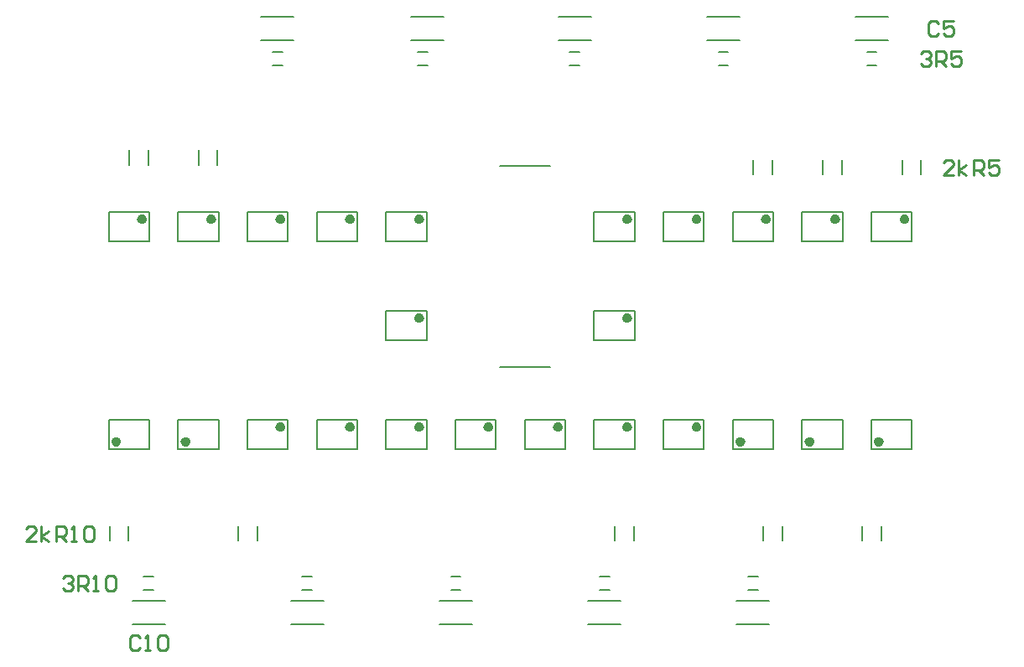
<source format=gto>
G04*
G04 #@! TF.GenerationSoftware,Altium Limited,Altium Designer,20.2.6 (244)*
G04*
G04 Layer_Color=65535*
%FSLAX25Y25*%
%MOIN*%
G70*
G04*
G04 #@! TF.SameCoordinates,49C804FE-1F55-4C35-86A9-3D4A2AB346A9*
G04*
G04*
G04 #@! TF.FilePolarity,Positive*
G04*
G01*
G75*
%ADD10C,0.01968*%
%ADD11C,0.00787*%
%ADD12C,0.01000*%
D10*
X486396Y302148D02*
X485904Y303001D01*
X484919D01*
X484427Y302148D01*
X484919Y301296D01*
X485904D01*
X486396Y302148D01*
X458837D02*
X458345Y303001D01*
X457360D01*
X456868Y302148D01*
X457360Y301296D01*
X458345D01*
X458837Y302148D01*
X431278D02*
X430785Y303001D01*
X429801D01*
X429309Y302148D01*
X429801Y301296D01*
X430785D01*
X431278Y302148D01*
X403719D02*
X403226Y303001D01*
X402242D01*
X401750Y302148D01*
X402242Y301296D01*
X403226D01*
X403719Y302148D01*
X376160D02*
X375667Y303001D01*
X374683D01*
X374191Y302148D01*
X374683Y301296D01*
X375667D01*
X376160Y302148D01*
X293482D02*
X292990Y303001D01*
X292006D01*
X291514Y302148D01*
X292006Y301296D01*
X292990D01*
X293482Y302148D01*
X265923D02*
X265431Y303001D01*
X264447D01*
X263955Y302148D01*
X264447Y301296D01*
X265431D01*
X265923Y302148D01*
X238364D02*
X237872Y303001D01*
X236888D01*
X236396Y302148D01*
X236888Y301296D01*
X237872D01*
X238364Y302148D01*
X210805D02*
X210313Y303001D01*
X209329D01*
X208837Y302148D01*
X209329Y301296D01*
X210313D01*
X210805Y302148D01*
X183246D02*
X182754Y303001D01*
X181770D01*
X181278Y302148D01*
X181770Y301296D01*
X182754D01*
X183246Y302148D01*
X376160Y262778D02*
X375667Y263631D01*
X374683D01*
X374191Y262778D01*
X374683Y261926D01*
X375667D01*
X376160Y262778D01*
X293482D02*
X292990Y263631D01*
X292006D01*
X291514Y262778D01*
X292006Y261926D01*
X292990D01*
X293482Y262778D01*
X476203Y213600D02*
X475711Y214452D01*
X474726D01*
X474234Y213600D01*
X474726Y212747D01*
X475711D01*
X476203Y213600D01*
X448644D02*
X448152Y214452D01*
X447167D01*
X446675Y213600D01*
X447167Y212747D01*
X448152D01*
X448644Y213600D01*
X421085D02*
X420592Y214452D01*
X419608D01*
X419116Y213600D01*
X419608Y212747D01*
X420592D01*
X421085Y213600D01*
X200612D02*
X200120Y214452D01*
X199136D01*
X198644Y213600D01*
X199136Y212747D01*
X200120D01*
X200612Y213600D01*
X173053D02*
X172561Y214452D01*
X171577D01*
X171085Y213600D01*
X171577Y212747D01*
X172561D01*
X173053Y213600D01*
X376160Y219471D02*
X375667Y220323D01*
X374683D01*
X374191Y219471D01*
X374683Y218619D01*
X375667D01*
X376160Y219471D01*
X348600D02*
X348108Y220323D01*
X347124D01*
X346632Y219471D01*
X347124Y218619D01*
X348108D01*
X348600Y219471D01*
X238364D02*
X237872Y220323D01*
X236888D01*
X236396Y219471D01*
X236888Y218619D01*
X237872D01*
X238364Y219471D01*
X265923D02*
X265431Y220323D01*
X264447D01*
X263955Y219471D01*
X264447Y218619D01*
X265431D01*
X265923Y219471D01*
X293482D02*
X292990Y220323D01*
X292006D01*
X291514Y219471D01*
X292006Y218619D01*
X292990D01*
X293482Y219471D01*
X403719D02*
X403226Y220323D01*
X402242D01*
X401750Y219471D01*
X402242Y218619D01*
X403226D01*
X403719Y219471D01*
X321041D02*
X320549Y220323D01*
X319565D01*
X319073Y219471D01*
X319565Y218619D01*
X320549D01*
X321041Y219471D01*
D11*
X491929Y319882D02*
Y325787D01*
X484449Y319882D02*
Y325787D01*
X184843Y323819D02*
Y329724D01*
X177362Y323819D02*
Y329724D01*
X212402Y323819D02*
Y329724D01*
X204921Y323819D02*
Y329724D01*
X432874Y319882D02*
Y325787D01*
X425394Y319882D02*
Y325787D01*
X460433Y319882D02*
Y325787D01*
X452953Y319882D02*
Y325787D01*
X468701Y174213D02*
Y180118D01*
X476181Y174213D02*
Y180118D01*
X169488Y174213D02*
Y180118D01*
X176969Y174213D02*
Y180118D01*
X220669Y174213D02*
Y180118D01*
X228150Y174213D02*
Y180118D01*
X370276Y174213D02*
Y180118D01*
X377756Y174213D02*
Y180118D01*
X429331Y174213D02*
Y180118D01*
X436811Y174213D02*
Y180118D01*
X183071Y154823D02*
X187008D01*
X183071Y160138D02*
X187008D01*
X178531Y150308D02*
X191548D01*
X178531Y141031D02*
X191548D01*
X418689Y150308D02*
X431705D01*
X418689Y141031D02*
X431705D01*
X423228Y154823D02*
X427165D01*
X423228Y160138D02*
X427165D01*
X470472Y363484D02*
X474409D01*
X470472Y368799D02*
X474409D01*
X465933Y382591D02*
X478949D01*
X465933Y373315D02*
X478949D01*
X229712Y382591D02*
X242729D01*
X229712Y373315D02*
X242729D01*
X234252Y363484D02*
X238189D01*
X234252Y368799D02*
X238189D01*
X359633Y141031D02*
X372650D01*
X359633Y150308D02*
X372650D01*
X364173Y160138D02*
X368110D01*
X364173Y154823D02*
X368110D01*
X300578Y141031D02*
X313595D01*
X300578Y150308D02*
X313595D01*
X305118Y160138D02*
X309055D01*
X305118Y154823D02*
X309055D01*
X241523Y141031D02*
X254540D01*
X241523Y150308D02*
X254540D01*
X246063Y160138D02*
X250000D01*
X246063Y154823D02*
X250000D01*
X411417Y368799D02*
X415354D01*
X411417Y363484D02*
X415354D01*
X406878Y373315D02*
X419894D01*
X406878Y382591D02*
X419894D01*
X352362Y368799D02*
X356299D01*
X352362Y363484D02*
X356299D01*
X347822Y373315D02*
X360839D01*
X347822Y382591D02*
X360839D01*
X292028Y368799D02*
X295965D01*
X292028Y363484D02*
X295965D01*
X289158Y373315D02*
X302174D01*
X289158Y382591D02*
X302174D01*
X185215Y293307D02*
Y305118D01*
X169116Y293307D02*
X185215D01*
X169116D02*
Y305118D01*
X185215D01*
X417148D02*
X433246D01*
X417148Y293307D02*
Y305118D01*
Y293307D02*
X433246D01*
Y305118D01*
X444707D02*
X460805D01*
X444707Y293307D02*
Y305118D01*
Y293307D02*
X460805D01*
Y305118D01*
X472266D02*
X488364D01*
X472266Y293307D02*
Y305118D01*
Y293307D02*
X488364D01*
Y305118D01*
X389589Y222441D02*
X405687D01*
X389589Y210630D02*
Y222441D01*
Y210630D02*
X405687D01*
Y222441D01*
X306911D02*
X323010D01*
X306911Y210630D02*
Y222441D01*
Y210630D02*
X323010D01*
Y222441D01*
X362030Y265748D02*
X378128D01*
X362030Y253937D02*
Y265748D01*
Y253937D02*
X378128D01*
Y265748D01*
X362030Y305118D02*
X378128D01*
X362030Y293307D02*
Y305118D01*
Y293307D02*
X378128D01*
Y305118D01*
X389589D02*
X405687D01*
X389589Y293307D02*
Y305118D01*
Y293307D02*
X405687D01*
Y305118D01*
X472266Y210630D02*
X488364D01*
Y222441D01*
X472266D02*
X488364D01*
X472266Y210630D02*
Y222441D01*
X444707Y210630D02*
X460805D01*
Y222441D01*
X444707D02*
X460805D01*
X444707Y210630D02*
Y222441D01*
X417148Y210630D02*
X433246D01*
Y222441D01*
X417148D02*
X433246D01*
X417148Y210630D02*
Y222441D01*
X196675Y210630D02*
X212774D01*
Y222441D01*
X196675D02*
X212774D01*
X196675Y210630D02*
Y222441D01*
X169116Y210630D02*
X185215D01*
Y222441D01*
X169116D02*
X185215D01*
X169116Y210630D02*
Y222441D01*
X251793Y305118D02*
X267892D01*
X251793Y293307D02*
Y305118D01*
Y293307D02*
X267892D01*
Y305118D01*
X362030Y222441D02*
X378128D01*
X362030Y210630D02*
Y222441D01*
Y210630D02*
X378128D01*
Y222441D01*
X334471D02*
X350569D01*
X334471Y210630D02*
Y222441D01*
Y210630D02*
X350569D01*
Y222441D01*
X324646Y323465D02*
X344646D01*
X324646Y243465D02*
X344646D01*
X279352Y305118D02*
X295451D01*
X279352Y293307D02*
Y305118D01*
Y293307D02*
X295451D01*
Y305118D01*
X279352Y265748D02*
X295451D01*
X279352Y253937D02*
Y265748D01*
Y253937D02*
X295451D01*
Y265748D01*
X224234Y222441D02*
X240333D01*
X224234Y210630D02*
Y222441D01*
Y210630D02*
X240333D01*
Y222441D01*
X251793D02*
X267892D01*
X251793Y210630D02*
Y222441D01*
Y210630D02*
X267892D01*
Y222441D01*
X279352D02*
X295451D01*
X279352Y210630D02*
Y222441D01*
Y210630D02*
X295451D01*
Y222441D01*
X240333Y293307D02*
Y305118D01*
X224234Y293307D02*
X240333D01*
X224234D02*
Y305118D01*
X240333D01*
X212774Y293307D02*
Y305118D01*
X196675Y293307D02*
X212774D01*
X196675D02*
Y305118D01*
X212774D01*
D12*
X140109Y174166D02*
X136111D01*
X140109Y178165D01*
Y179165D01*
X139110Y180164D01*
X137110D01*
X136111Y179165D01*
X142109Y174166D02*
Y180164D01*
Y176166D02*
X145108Y178165D01*
X142109Y176166D02*
X145108Y174166D01*
X148107D02*
Y180164D01*
X151106D01*
X152105Y179165D01*
Y177165D01*
X151106Y176166D01*
X148107D01*
X150106D02*
X152105Y174166D01*
X154105D02*
X156104D01*
X155104D01*
Y180164D01*
X154105Y179165D01*
X159103D02*
X160103Y180164D01*
X162102D01*
X163102Y179165D01*
Y175166D01*
X162102Y174166D01*
X160103D01*
X159103Y175166D01*
Y179165D01*
X504813Y319836D02*
X500815D01*
X504813Y323834D01*
Y324834D01*
X503814Y325834D01*
X501814D01*
X500815Y324834D01*
X506813Y319836D02*
Y325834D01*
Y321835D02*
X509812Y323834D01*
X506813Y321835D02*
X509812Y319836D01*
X512811D02*
Y325834D01*
X515810D01*
X516809Y324834D01*
Y322835D01*
X515810Y321835D01*
X512811D01*
X514810D02*
X516809Y319836D01*
X522808Y325834D02*
X518809D01*
Y322835D01*
X520808Y323834D01*
X521808D01*
X522808Y322835D01*
Y320835D01*
X521808Y319836D01*
X519808D01*
X518809Y320835D01*
X181541Y135858D02*
X180541Y136857D01*
X178542D01*
X177542Y135858D01*
Y131859D01*
X178542Y130859D01*
X180541D01*
X181541Y131859D01*
X183540Y130859D02*
X185539D01*
X184539D01*
Y136857D01*
X183540Y135858D01*
X188538D02*
X189538Y136857D01*
X191537D01*
X192537Y135858D01*
Y131859D01*
X191537Y130859D01*
X189538D01*
X188538Y131859D01*
Y135858D01*
X499000Y379952D02*
X498001Y380952D01*
X496001D01*
X495002Y379952D01*
Y375953D01*
X496001Y374954D01*
X498001D01*
X499000Y375953D01*
X504998Y380952D02*
X501000D01*
Y377953D01*
X502999Y378952D01*
X503999D01*
X504998Y377953D01*
Y375953D01*
X503999Y374954D01*
X501999D01*
X501000Y375953D01*
X150921Y159480D02*
X151920Y160479D01*
X153920D01*
X154919Y159480D01*
Y158480D01*
X153920Y157480D01*
X152920D01*
X153920D01*
X154919Y156481D01*
Y155481D01*
X153920Y154481D01*
X151920D01*
X150921Y155481D01*
X156919Y154481D02*
Y160479D01*
X159918D01*
X160917Y159480D01*
Y157480D01*
X159918Y156481D01*
X156919D01*
X158918D02*
X160917Y154481D01*
X162917D02*
X164916D01*
X163917D01*
Y160479D01*
X162917Y159480D01*
X167915D02*
X168915Y160479D01*
X170914D01*
X171914Y159480D01*
Y155481D01*
X170914Y154481D01*
X168915D01*
X167915Y155481D01*
Y159480D01*
X492003Y368141D02*
X493002Y369141D01*
X495002D01*
X496001Y368141D01*
Y367141D01*
X495002Y366142D01*
X494002D01*
X495002D01*
X496001Y365142D01*
Y364142D01*
X495002Y363143D01*
X493002D01*
X492003Y364142D01*
X498001Y363143D02*
Y369141D01*
X501000D01*
X501999Y368141D01*
Y366142D01*
X501000Y365142D01*
X498001D01*
X500000D02*
X501999Y363143D01*
X507997Y369141D02*
X503999D01*
Y366142D01*
X505998Y367141D01*
X506998D01*
X507997Y366142D01*
Y364142D01*
X506998Y363143D01*
X504998D01*
X503999Y364142D01*
M02*

</source>
